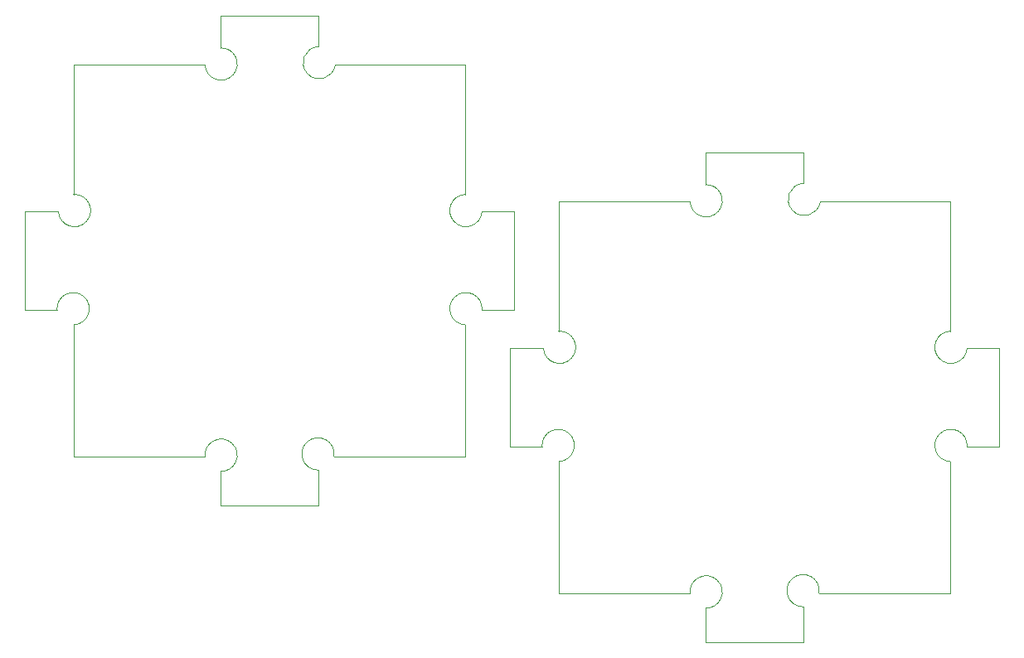
<source format=gbr>
G04 #@! TF.GenerationSoftware,KiCad,Pcbnew,(5.1.2-1)-1*
G04 #@! TF.CreationDate,2019-05-14T21:49:15-07:00*
G04 #@! TF.ProjectId,BoxSide2,426f7853-6964-4653-922e-6b696361645f,rev?*
G04 #@! TF.SameCoordinates,Original*
G04 #@! TF.FileFunction,Profile,NP*
%FSLAX46Y46*%
G04 Gerber Fmt 4.6, Leading zero omitted, Abs format (unit mm)*
G04 Created by KiCad (PCBNEW (5.1.2-1)-1) date 2019-05-14 21:49:15*
%MOMM*%
%LPD*%
G04 APERTURE LIST*
%ADD10C,0.050800*%
G04 APERTURE END LIST*
D10*
X150152441Y-45170011D02*
G75*
G02X148429989Y-43296249I-1635590J225049D01*
G01*
X163429999Y-45170011D02*
X150152441Y-45170011D01*
X138430000Y-86699167D02*
X138430000Y-90170000D01*
X168430000Y-60170001D02*
X165135834Y-60170001D01*
X168430000Y-70170011D02*
X168430000Y-60170001D01*
X138430000Y-40170011D02*
X138430000Y-43428763D01*
X148429989Y-90170000D02*
X148429989Y-86565941D01*
X138429999Y-43428764D02*
G75*
G02X136842301Y-45170011I60771J-1649880D01*
G01*
X123429990Y-45170011D02*
X123429990Y-58402297D01*
X136844189Y-85170002D02*
G75*
G02X138430000Y-86699167I1646581J120716D01*
G01*
X118429990Y-60170001D02*
X118429990Y-70170011D01*
X121871790Y-60170001D02*
X118429990Y-60170001D01*
X136842301Y-45170011D02*
X123429990Y-45170011D01*
X123429991Y-58402297D02*
G75*
G02X121871790Y-60170001I88499J-1648626D01*
G01*
X163429999Y-85170001D02*
X163429999Y-71726946D01*
X150014453Y-85170001D02*
X163429999Y-85170001D01*
X148429989Y-40170011D02*
X138430000Y-40170011D01*
X148429989Y-43296249D02*
X148429989Y-40170011D01*
X123429990Y-85170001D02*
X136844190Y-85170001D01*
X163429999Y-58400983D02*
X163429999Y-45170011D01*
X165135833Y-60170001D02*
G75*
G02X163430000Y-58400983I-1646699J119078D01*
G01*
X148429990Y-86565941D02*
G75*
G02X150014453Y-85170001I-46820J1650336D01*
G01*
X165137512Y-70170011D02*
X168430000Y-70170011D01*
X163430000Y-71726947D02*
G75*
G02X165137512Y-70170011I59134J1649941D01*
G01*
X118429990Y-70170011D02*
X121736432Y-70170011D01*
X123429990Y-71727387D02*
X123429990Y-85170001D01*
X121736433Y-70170011D02*
G75*
G02X123429990Y-71727387I1648377J93005D01*
G01*
X138430000Y-90170000D02*
X148429989Y-90170000D01*
X100622441Y-31200011D02*
G75*
G02X98899989Y-29326249I-1635590J225049D01*
G01*
X113899999Y-31200011D02*
X100622441Y-31200011D01*
X88900000Y-72729167D02*
X88900000Y-76200000D01*
X118900000Y-46200001D02*
X115605834Y-46200001D01*
X118900000Y-56200011D02*
X118900000Y-46200001D01*
X88900000Y-26200011D02*
X88900000Y-29458763D01*
X98899989Y-76200000D02*
X98899989Y-72595941D01*
X88899999Y-29458764D02*
G75*
G02X87312301Y-31200011I60771J-1649880D01*
G01*
X73899990Y-31200011D02*
X73899990Y-44432297D01*
X87314189Y-71200002D02*
G75*
G02X88900000Y-72729167I1646581J120716D01*
G01*
X68899990Y-46200001D02*
X68899990Y-56200011D01*
X72341790Y-46200001D02*
X68899990Y-46200001D01*
X87312301Y-31200011D02*
X73899990Y-31200011D01*
X73899991Y-44432297D02*
G75*
G02X72341790Y-46200001I88499J-1648626D01*
G01*
X113899999Y-71200001D02*
X113899999Y-57756946D01*
X100484453Y-71200001D02*
X113899999Y-71200001D01*
X98899989Y-26200011D02*
X88900000Y-26200011D01*
X98899989Y-29326249D02*
X98899989Y-26200011D01*
X73899990Y-71200001D02*
X87314190Y-71200001D01*
X113899999Y-44430983D02*
X113899999Y-31200011D01*
X115605833Y-46200001D02*
G75*
G02X113900000Y-44430983I-1646699J119078D01*
G01*
X98899990Y-72595941D02*
G75*
G02X100484453Y-71200001I-46820J1650336D01*
G01*
X115607512Y-56200011D02*
X118900000Y-56200011D01*
X113900000Y-57756947D02*
G75*
G02X115607512Y-56200011I59134J1649941D01*
G01*
X68899990Y-56200011D02*
X72206432Y-56200011D01*
X73899990Y-57757387D02*
X73899990Y-71200001D01*
X72206433Y-56200011D02*
G75*
G02X73899990Y-57757387I1648377J93005D01*
G01*
X88900000Y-76200000D02*
X98899989Y-76200000D01*
M02*

</source>
